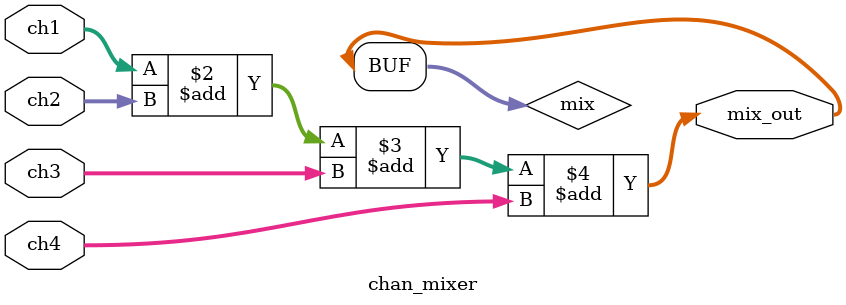
<source format=v>

module chan_mixer(
		  input [5:0] 	ch1,
		  input [5:0] 	ch2,
		  input [5:0] 	ch3,
		  input [5:0] 	ch4,
		  output [7:0] mix_out
		  );
   reg [7:0] 		       mix;
   always@*
     begin
	mix<=ch1+ch2+ch3+ch4;	
     end
   assign mix_out=mix;
   
endmodule // chan_mixer

</source>
